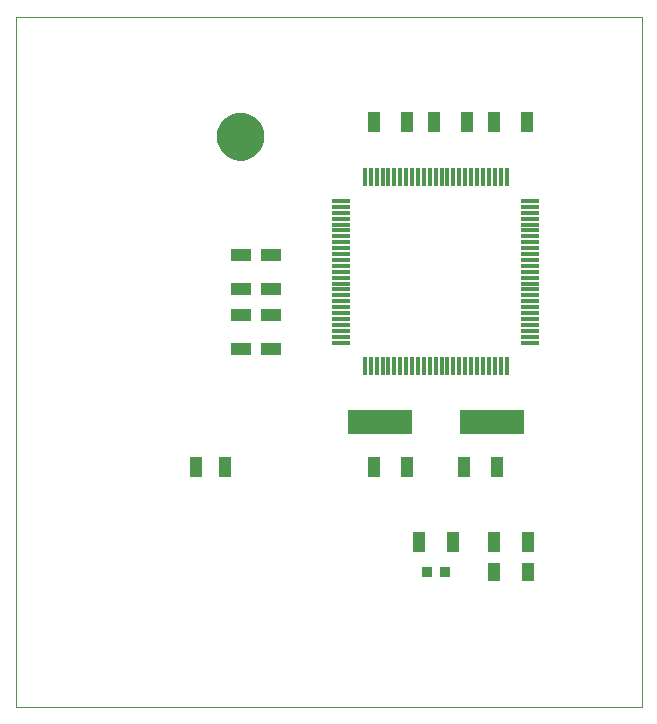
<source format=gtp>
G75*
%MOIN*%
%OFA0B0*%
%FSLAX25Y25*%
%IPPOS*%
%LPD*%
%AMOC8*
5,1,8,0,0,1.08239X$1,22.5*
%
%ADD10C,0.00000*%
%ADD11C,0.07874*%
%ADD12R,0.04016X0.07165*%
%ADD13R,0.05906X0.01177*%
%ADD14R,0.01177X0.05906*%
%ADD15R,0.03740X0.03740*%
%ADD16R,0.04331X0.06102*%
%ADD17R,0.04331X0.06693*%
%ADD18R,0.06693X0.04331*%
%ADD19R,0.21654X0.07874*%
%ADD20R,0.03937X0.07087*%
D10*
X0001000Y0001000D02*
X0001000Y0230961D01*
X0209701Y0230961D01*
X0209701Y0001000D01*
X0001000Y0001000D01*
D11*
X0072063Y0191000D02*
X0072065Y0191125D01*
X0072071Y0191250D01*
X0072081Y0191374D01*
X0072095Y0191498D01*
X0072112Y0191622D01*
X0072134Y0191745D01*
X0072160Y0191867D01*
X0072189Y0191989D01*
X0072222Y0192109D01*
X0072260Y0192228D01*
X0072300Y0192347D01*
X0072345Y0192463D01*
X0072393Y0192578D01*
X0072445Y0192692D01*
X0072501Y0192804D01*
X0072560Y0192914D01*
X0072622Y0193022D01*
X0072688Y0193129D01*
X0072757Y0193233D01*
X0072830Y0193334D01*
X0072905Y0193434D01*
X0072984Y0193531D01*
X0073066Y0193625D01*
X0073151Y0193717D01*
X0073238Y0193806D01*
X0073329Y0193892D01*
X0073422Y0193975D01*
X0073518Y0194056D01*
X0073616Y0194133D01*
X0073716Y0194207D01*
X0073819Y0194278D01*
X0073924Y0194345D01*
X0074032Y0194410D01*
X0074141Y0194470D01*
X0074252Y0194528D01*
X0074365Y0194581D01*
X0074479Y0194631D01*
X0074595Y0194678D01*
X0074712Y0194720D01*
X0074831Y0194759D01*
X0074951Y0194795D01*
X0075072Y0194826D01*
X0075194Y0194854D01*
X0075316Y0194877D01*
X0075440Y0194897D01*
X0075564Y0194913D01*
X0075688Y0194925D01*
X0075813Y0194933D01*
X0075938Y0194937D01*
X0076062Y0194937D01*
X0076187Y0194933D01*
X0076312Y0194925D01*
X0076436Y0194913D01*
X0076560Y0194897D01*
X0076684Y0194877D01*
X0076806Y0194854D01*
X0076928Y0194826D01*
X0077049Y0194795D01*
X0077169Y0194759D01*
X0077288Y0194720D01*
X0077405Y0194678D01*
X0077521Y0194631D01*
X0077635Y0194581D01*
X0077748Y0194528D01*
X0077859Y0194470D01*
X0077969Y0194410D01*
X0078076Y0194345D01*
X0078181Y0194278D01*
X0078284Y0194207D01*
X0078384Y0194133D01*
X0078482Y0194056D01*
X0078578Y0193975D01*
X0078671Y0193892D01*
X0078762Y0193806D01*
X0078849Y0193717D01*
X0078934Y0193625D01*
X0079016Y0193531D01*
X0079095Y0193434D01*
X0079170Y0193334D01*
X0079243Y0193233D01*
X0079312Y0193129D01*
X0079378Y0193022D01*
X0079440Y0192914D01*
X0079499Y0192804D01*
X0079555Y0192692D01*
X0079607Y0192578D01*
X0079655Y0192463D01*
X0079700Y0192347D01*
X0079740Y0192228D01*
X0079778Y0192109D01*
X0079811Y0191989D01*
X0079840Y0191867D01*
X0079866Y0191745D01*
X0079888Y0191622D01*
X0079905Y0191498D01*
X0079919Y0191374D01*
X0079929Y0191250D01*
X0079935Y0191125D01*
X0079937Y0191000D01*
X0079935Y0190875D01*
X0079929Y0190750D01*
X0079919Y0190626D01*
X0079905Y0190502D01*
X0079888Y0190378D01*
X0079866Y0190255D01*
X0079840Y0190133D01*
X0079811Y0190011D01*
X0079778Y0189891D01*
X0079740Y0189772D01*
X0079700Y0189653D01*
X0079655Y0189537D01*
X0079607Y0189422D01*
X0079555Y0189308D01*
X0079499Y0189196D01*
X0079440Y0189086D01*
X0079378Y0188978D01*
X0079312Y0188871D01*
X0079243Y0188767D01*
X0079170Y0188666D01*
X0079095Y0188566D01*
X0079016Y0188469D01*
X0078934Y0188375D01*
X0078849Y0188283D01*
X0078762Y0188194D01*
X0078671Y0188108D01*
X0078578Y0188025D01*
X0078482Y0187944D01*
X0078384Y0187867D01*
X0078284Y0187793D01*
X0078181Y0187722D01*
X0078076Y0187655D01*
X0077968Y0187590D01*
X0077859Y0187530D01*
X0077748Y0187472D01*
X0077635Y0187419D01*
X0077521Y0187369D01*
X0077405Y0187322D01*
X0077288Y0187280D01*
X0077169Y0187241D01*
X0077049Y0187205D01*
X0076928Y0187174D01*
X0076806Y0187146D01*
X0076684Y0187123D01*
X0076560Y0187103D01*
X0076436Y0187087D01*
X0076312Y0187075D01*
X0076187Y0187067D01*
X0076062Y0187063D01*
X0075938Y0187063D01*
X0075813Y0187067D01*
X0075688Y0187075D01*
X0075564Y0187087D01*
X0075440Y0187103D01*
X0075316Y0187123D01*
X0075194Y0187146D01*
X0075072Y0187174D01*
X0074951Y0187205D01*
X0074831Y0187241D01*
X0074712Y0187280D01*
X0074595Y0187322D01*
X0074479Y0187369D01*
X0074365Y0187419D01*
X0074252Y0187472D01*
X0074141Y0187530D01*
X0074031Y0187590D01*
X0073924Y0187655D01*
X0073819Y0187722D01*
X0073716Y0187793D01*
X0073616Y0187867D01*
X0073518Y0187944D01*
X0073422Y0188025D01*
X0073329Y0188108D01*
X0073238Y0188194D01*
X0073151Y0188283D01*
X0073066Y0188375D01*
X0072984Y0188469D01*
X0072905Y0188566D01*
X0072830Y0188666D01*
X0072757Y0188767D01*
X0072688Y0188871D01*
X0072622Y0188978D01*
X0072560Y0189086D01*
X0072501Y0189196D01*
X0072445Y0189308D01*
X0072393Y0189422D01*
X0072345Y0189537D01*
X0072300Y0189653D01*
X0072260Y0189772D01*
X0072222Y0189891D01*
X0072189Y0190011D01*
X0072160Y0190133D01*
X0072134Y0190255D01*
X0072112Y0190378D01*
X0072095Y0190502D01*
X0072081Y0190626D01*
X0072071Y0190750D01*
X0072065Y0190875D01*
X0072063Y0191000D01*
D12*
X0120488Y0196000D03*
X0131512Y0196000D03*
X0140488Y0196000D03*
X0151512Y0196000D03*
X0160488Y0196000D03*
X0171512Y0196000D03*
X0161512Y0081000D03*
X0150488Y0081000D03*
X0131512Y0081000D03*
X0120488Y0081000D03*
D13*
X0109504Y0122378D03*
X0109504Y0124346D03*
X0109504Y0126315D03*
X0109504Y0128283D03*
X0109504Y0130252D03*
X0109504Y0132220D03*
X0109504Y0134189D03*
X0109504Y0136157D03*
X0109504Y0138126D03*
X0109504Y0140094D03*
X0109504Y0142063D03*
X0109504Y0144031D03*
X0109504Y0146000D03*
X0109504Y0147969D03*
X0109504Y0149937D03*
X0109504Y0151906D03*
X0109504Y0153874D03*
X0109504Y0155843D03*
X0109504Y0157811D03*
X0109504Y0159780D03*
X0109504Y0161748D03*
X0109504Y0163717D03*
X0109504Y0165685D03*
X0109504Y0167654D03*
X0109504Y0169622D03*
X0172496Y0169622D03*
X0172496Y0167654D03*
X0172496Y0165685D03*
X0172496Y0163717D03*
X0172496Y0161748D03*
X0172496Y0159780D03*
X0172496Y0157811D03*
X0172496Y0155843D03*
X0172496Y0153874D03*
X0172496Y0151906D03*
X0172496Y0149937D03*
X0172496Y0147969D03*
X0172496Y0146000D03*
X0172496Y0144031D03*
X0172496Y0142063D03*
X0172496Y0140094D03*
X0172496Y0138126D03*
X0172496Y0136157D03*
X0172496Y0134189D03*
X0172496Y0132220D03*
X0172496Y0130252D03*
X0172496Y0128283D03*
X0172496Y0126315D03*
X0172496Y0124346D03*
X0172496Y0122378D03*
D14*
X0164622Y0114504D03*
X0162654Y0114504D03*
X0160685Y0114504D03*
X0158717Y0114504D03*
X0156748Y0114504D03*
X0154780Y0114504D03*
X0152811Y0114504D03*
X0150843Y0114504D03*
X0148874Y0114504D03*
X0146906Y0114504D03*
X0144937Y0114504D03*
X0142969Y0114504D03*
X0141000Y0114504D03*
X0139031Y0114504D03*
X0137063Y0114504D03*
X0135094Y0114504D03*
X0133126Y0114504D03*
X0131157Y0114504D03*
X0129189Y0114504D03*
X0127220Y0114504D03*
X0125252Y0114504D03*
X0123283Y0114504D03*
X0121315Y0114504D03*
X0119346Y0114504D03*
X0117378Y0114504D03*
X0117378Y0177496D03*
X0119346Y0177496D03*
X0121315Y0177496D03*
X0123283Y0177496D03*
X0125252Y0177496D03*
X0127220Y0177496D03*
X0129189Y0177496D03*
X0131157Y0177496D03*
X0133126Y0177496D03*
X0135094Y0177496D03*
X0137063Y0177496D03*
X0139031Y0177496D03*
X0141000Y0177496D03*
X0142969Y0177496D03*
X0144937Y0177496D03*
X0146906Y0177496D03*
X0148874Y0177496D03*
X0150843Y0177496D03*
X0152811Y0177496D03*
X0154780Y0177496D03*
X0156748Y0177496D03*
X0158717Y0177496D03*
X0160685Y0177496D03*
X0162654Y0177496D03*
X0164622Y0177496D03*
D15*
X0143953Y0046000D03*
X0138047Y0046000D03*
D16*
X0160291Y0046000D03*
X0171709Y0046000D03*
D17*
X0171709Y0056000D03*
X0160291Y0056000D03*
X0146709Y0056000D03*
X0135291Y0056000D03*
D18*
X0086000Y0120291D03*
X0076000Y0120291D03*
X0076000Y0131709D03*
X0076000Y0140291D03*
X0086000Y0140291D03*
X0086000Y0131709D03*
X0086000Y0151709D03*
X0076000Y0151709D03*
D19*
X0122299Y0096000D03*
X0159701Y0096000D03*
D20*
X0070921Y0081000D03*
X0061079Y0081000D03*
M02*

</source>
